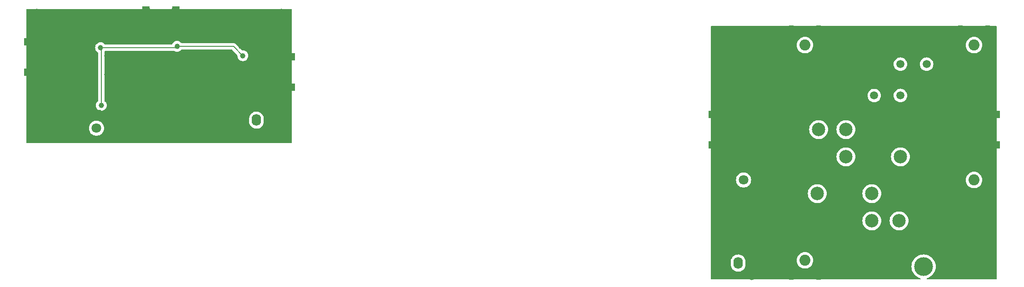
<source format=gbr>
%TF.GenerationSoftware,KiCad,Pcbnew,7.0.6-0*%
%TF.CreationDate,2023-12-30T17:19:21-06:00*%
%TF.ProjectId,MIXER_CORRELATOR,4d495845-525f-4434-9f52-52454c41544f,rev?*%
%TF.SameCoordinates,Original*%
%TF.FileFunction,Copper,L2,Bot*%
%TF.FilePolarity,Positive*%
%FSLAX46Y46*%
G04 Gerber Fmt 4.6, Leading zero omitted, Abs format (unit mm)*
G04 Created by KiCad (PCBNEW 7.0.6-0) date 2023-12-30 17:19:21*
%MOMM*%
%LPD*%
G01*
G04 APERTURE LIST*
G04 Aperture macros list*
%AMRoundRect*
0 Rectangle with rounded corners*
0 $1 Rounding radius*
0 $2 $3 $4 $5 $6 $7 $8 $9 X,Y pos of 4 corners*
0 Add a 4 corners polygon primitive as box body*
4,1,4,$2,$3,$4,$5,$6,$7,$8,$9,$2,$3,0*
0 Add four circle primitives for the rounded corners*
1,1,$1+$1,$2,$3*
1,1,$1+$1,$4,$5*
1,1,$1+$1,$6,$7*
1,1,$1+$1,$8,$9*
0 Add four rect primitives between the rounded corners*
20,1,$1+$1,$2,$3,$4,$5,0*
20,1,$1+$1,$4,$5,$6,$7,0*
20,1,$1+$1,$6,$7,$8,$9,0*
20,1,$1+$1,$8,$9,$2,$3,0*%
G04 Aperture macros list end*
%TA.AperFunction,SMDPad,CuDef*%
%ADD10R,4.200000X1.350000*%
%TD*%
%TA.AperFunction,SMDPad,CuDef*%
%ADD11R,1.350000X4.200000*%
%TD*%
%TA.AperFunction,ComponentPad*%
%ADD12C,1.500000*%
%TD*%
%TA.AperFunction,ComponentPad*%
%ADD13RoundRect,0.250000X-0.620000X-0.845000X0.620000X-0.845000X0.620000X0.845000X-0.620000X0.845000X0*%
%TD*%
%TA.AperFunction,ComponentPad*%
%ADD14O,1.740000X2.190000*%
%TD*%
%TA.AperFunction,ComponentPad*%
%ADD15C,2.500000*%
%TD*%
%TA.AperFunction,ComponentPad*%
%ADD16C,2.050000*%
%TD*%
%TA.AperFunction,ComponentPad*%
%ADD17C,2.250000*%
%TD*%
%TA.AperFunction,ComponentPad*%
%ADD18R,1.800000X1.800000*%
%TD*%
%TA.AperFunction,ComponentPad*%
%ADD19C,1.800000*%
%TD*%
%TA.AperFunction,ViaPad*%
%ADD20C,3.500000*%
%TD*%
%TA.AperFunction,ViaPad*%
%ADD21C,1.000000*%
%TD*%
%TA.AperFunction,Conductor*%
%ADD22C,0.200000*%
%TD*%
G04 APERTURE END LIST*
D10*
%TO.P,J14,2,Ext*%
%TO.N,GND*%
X217171500Y-76340000D03*
X217171500Y-70690000D03*
%TD*%
D11*
%TO.P,J2,2,Ext*%
%TO.N,GND*%
X65825000Y-52700000D03*
X60175000Y-52700000D03*
%TD*%
D10*
%TO.P,J1,2,Ext*%
%TO.N,GND*%
X39662500Y-57175000D03*
X39662500Y-62825000D03*
%TD*%
%TO.P,J3,2,Ext*%
%TO.N,GND*%
X85837500Y-65575000D03*
X85837500Y-59925000D03*
%TD*%
%TO.P,J9,2,Ext*%
%TO.N,GND*%
X167170000Y-70690000D03*
X167170000Y-76340000D03*
%TD*%
D12*
%TO.P,Y3,1,1*%
%TO.N,Net-(C37-Pad2)*%
X195872000Y-67165000D03*
%TO.P,Y3,2,2*%
%TO.N,Net-(C40-Pad1)*%
X200752000Y-67165000D03*
%TD*%
D13*
%TO.P,J15,1,Pin_1*%
%TO.N,GND*%
X167986000Y-98407000D03*
D14*
%TO.P,J15,2,Pin_2*%
%TO.N,Net-(J15-Pin_2)*%
X170526000Y-98407000D03*
%TD*%
D15*
%TO.P,U12,1,rf*%
%TO.N,Net-(U12-rf)*%
X200498000Y-90533000D03*
%TO.P,U12,2,gnd*%
%TO.N,GND*%
X200498000Y-85453000D03*
%TO.P,U12,3,if*%
%TO.N,Net-(R3-Pad2)*%
X195418000Y-90533000D03*
%TO.P,U12,4,if*%
X195418000Y-85453000D03*
%TO.P,U12,5,gnd*%
%TO.N,GND*%
X190338000Y-90533000D03*
%TO.P,U12,6,gnd*%
X190338000Y-85453000D03*
%TO.P,U12,7,gnd*%
X185258000Y-90533000D03*
%TO.P,U12,8,lo*%
%TO.N,Net-(U12-lo)*%
X185258000Y-85453000D03*
%TD*%
D16*
%TO.P,J10,1,In*%
%TO.N,Net-(J10-In)*%
X182972000Y-97899000D03*
D17*
%TO.P,J10,2,Ext*%
%TO.N,GND*%
X185512000Y-100439000D03*
X185512000Y-95359000D03*
X180432000Y-100439000D03*
X180432000Y-95359000D03*
%TD*%
D15*
%TO.P,U10,1,rf*%
%TO.N,Net-(Q3-G)*%
X185512000Y-73515000D03*
%TO.P,U10,2,gnd*%
%TO.N,GND*%
X185512000Y-78595000D03*
%TO.P,U10,3,if*%
%TO.N,Net-(C36-Pad1)*%
X190592000Y-73515000D03*
%TO.P,U10,4,if*%
X190592000Y-78595000D03*
%TO.P,U10,5,gnd*%
%TO.N,GND*%
X195672000Y-73515000D03*
%TO.P,U10,6,gnd*%
X195672000Y-78595000D03*
%TO.P,U10,7,gnd*%
X200752000Y-73515000D03*
%TO.P,U10,8,lo*%
%TO.N,Net-(Q2-G)*%
X200752000Y-78595000D03*
%TD*%
D18*
%TO.P,D3,1,K*%
%TO.N,GND*%
X171542000Y-80373000D03*
D19*
%TO.P,D3,2,A*%
%TO.N,Net-(D3-A)*%
X171542000Y-82913000D03*
%TD*%
D16*
%TO.P,J13,1,In*%
%TO.N,Net-(J13-In)*%
X214468000Y-57767000D03*
D17*
%TO.P,J13,2,Ext*%
%TO.N,GND*%
X217008000Y-60307000D03*
X217008000Y-55227000D03*
X211928000Y-60307000D03*
X211928000Y-55227000D03*
%TD*%
D18*
%TO.P,D1,1,K*%
%TO.N,GND*%
X51000000Y-70725000D03*
D19*
%TO.P,D1,2,A*%
%TO.N,Net-(D1-A)*%
X51000000Y-73265000D03*
%TD*%
D12*
%TO.P,Y4,1,1*%
%TO.N,Net-(C39-Pad2)*%
X205632000Y-61323000D03*
%TO.P,Y4,2,2*%
%TO.N,Net-(C40-Pad1)*%
X200752000Y-61323000D03*
%TD*%
D16*
%TO.P,J11,1,In*%
%TO.N,Net-(J11-In)*%
X214468000Y-82913000D03*
D17*
%TO.P,J11,2,Ext*%
%TO.N,GND*%
X217008000Y-85453000D03*
X217008000Y-80373000D03*
X211928000Y-85453000D03*
X211928000Y-80373000D03*
%TD*%
D16*
%TO.P,J12,1,In*%
%TO.N,Net-(J12-In)*%
X182972000Y-57767000D03*
D17*
%TO.P,J12,2,Ext*%
%TO.N,GND*%
X185512000Y-60307000D03*
X185512000Y-55227000D03*
X180432000Y-60307000D03*
X180432000Y-55227000D03*
%TD*%
D13*
%TO.P,J4,1,Pin_1*%
%TO.N,GND*%
X78250000Y-71750000D03*
D14*
%TO.P,J4,2,Pin_2*%
%TO.N,Net-(J4-Pin_2)*%
X80790000Y-71750000D03*
%TD*%
D20*
%TO.N,*%
X205070000Y-99060000D03*
D21*
%TO.N,GND*%
X77900000Y-58025000D03*
X203292000Y-56243000D03*
X86900000Y-60775000D03*
X182972000Y-91295000D03*
X85400000Y-64525000D03*
X86900000Y-64525000D03*
X208880000Y-85199000D03*
X199228000Y-81389000D03*
X205578000Y-82151000D03*
X85400000Y-60775000D03*
D20*
X39900000Y-52775000D03*
D21*
X182972000Y-78595000D03*
X203292000Y-82151000D03*
X40400000Y-58025000D03*
X189068000Y-97899000D03*
X60650000Y-51275000D03*
X187798000Y-70866000D03*
X206340000Y-72499000D03*
X40400000Y-62025000D03*
X189068000Y-100693000D03*
X72150000Y-63025000D03*
X50150000Y-75275000D03*
X208118000Y-77071000D03*
X65400000Y-53775000D03*
X200752000Y-96375000D03*
X49400000Y-58025000D03*
X56650000Y-67525000D03*
X61150000Y-57025000D03*
X198212000Y-92710000D03*
X192624000Y-83566000D03*
X171796000Y-75547000D03*
X42400000Y-62025000D03*
X48150000Y-73025000D03*
X61900000Y-63025000D03*
X175352000Y-82151000D03*
X73150000Y-60025000D03*
X42400000Y-58025000D03*
X48150000Y-61775000D03*
X179416000Y-82151000D03*
X75650000Y-63275000D03*
X169764000Y-70467000D03*
X83900000Y-60775000D03*
X47400000Y-58025000D03*
D20*
X85400000Y-52775000D03*
D21*
X199736000Y-56243000D03*
X83900000Y-64525000D03*
X200752000Y-70975000D03*
X175352000Y-91295000D03*
X45150000Y-64775000D03*
D20*
X85400000Y-74275000D03*
D21*
X205578000Y-85199000D03*
X81150000Y-61275000D03*
D20*
X39900000Y-74275000D03*
D21*
X193640000Y-92311000D03*
X78150000Y-64275000D03*
X169764000Y-76563000D03*
X214468000Y-70721000D03*
X81150000Y-64275000D03*
X200752000Y-93581000D03*
X55150000Y-59775000D03*
X203800000Y-75692000D03*
X177130000Y-69070000D03*
X179670000Y-91295000D03*
X58650000Y-59775000D03*
X218024000Y-65895000D03*
X79650000Y-58025000D03*
X60650000Y-53775000D03*
X67150000Y-56275000D03*
X211166000Y-77071000D03*
X75900000Y-60025000D03*
X58650000Y-63025000D03*
X79150000Y-61025000D03*
X214468000Y-76309000D03*
X50150000Y-62525000D03*
X215484000Y-89263000D03*
X206340000Y-69705000D03*
D20*
X168240000Y-57150000D03*
D21*
X173066000Y-101092000D03*
X209134000Y-93327000D03*
X195672000Y-70866000D03*
X217770000Y-68181000D03*
X65400000Y-51275000D03*
X165954000Y-100838000D03*
X65400000Y-56275000D03*
X190592000Y-64879000D03*
X187544000Y-80881000D03*
X173828000Y-70467000D03*
X193132000Y-70866000D03*
X70900000Y-60025000D03*
X173955000Y-76055000D03*
X187036000Y-68943000D03*
D20*
X192370000Y-57150000D03*
D21*
X55900000Y-63025000D03*
X202784000Y-88501000D03*
X45150000Y-58525000D03*
X38400000Y-62025000D03*
X72650000Y-67525000D03*
X179416000Y-76055000D03*
X64150000Y-63025000D03*
X52900000Y-63275000D03*
X52900000Y-59775000D03*
X68650000Y-63025000D03*
X182972000Y-75438000D03*
X38400000Y-58025000D03*
X61150000Y-59775000D03*
%TO.N,+5V*%
X51887500Y-69000000D03*
X78250000Y-59750000D03*
X66000000Y-58000000D03*
X51750000Y-58250000D03*
%TD*%
D22*
%TO.N,+5V*%
X51750000Y-58250000D02*
X65750000Y-58250000D01*
X51887500Y-58387500D02*
X51750000Y-58250000D01*
X66000000Y-58000000D02*
X76500000Y-58000000D01*
X76500000Y-58000000D02*
X78250000Y-59750000D01*
X65750000Y-58250000D02*
X66000000Y-58000000D01*
X51887500Y-69000000D02*
X51887500Y-58387500D01*
%TD*%
%TA.AperFunction,Conductor*%
%TO.N,GND*%
G36*
X87342539Y-51045185D02*
G01*
X87388294Y-51097989D01*
X87399500Y-51149500D01*
X87399500Y-75900500D01*
X87379815Y-75967539D01*
X87327011Y-76013294D01*
X87275500Y-76024500D01*
X38024500Y-76024500D01*
X37957461Y-76004815D01*
X37911706Y-75952011D01*
X37900500Y-75900500D01*
X37900500Y-73265006D01*
X49594700Y-73265006D01*
X49613864Y-73496297D01*
X49613866Y-73496308D01*
X49670842Y-73721300D01*
X49764075Y-73933848D01*
X49891016Y-74128147D01*
X49891019Y-74128151D01*
X49891021Y-74128153D01*
X50048216Y-74298913D01*
X50048219Y-74298915D01*
X50048222Y-74298918D01*
X50231365Y-74441464D01*
X50231371Y-74441468D01*
X50231374Y-74441470D01*
X50435497Y-74551936D01*
X50549487Y-74591068D01*
X50655015Y-74627297D01*
X50655017Y-74627297D01*
X50655019Y-74627298D01*
X50883951Y-74665500D01*
X50883952Y-74665500D01*
X51116048Y-74665500D01*
X51116049Y-74665500D01*
X51344981Y-74627298D01*
X51564503Y-74551936D01*
X51768626Y-74441470D01*
X51951784Y-74298913D01*
X52108979Y-74128153D01*
X52235924Y-73933849D01*
X52329157Y-73721300D01*
X52386134Y-73496305D01*
X52398322Y-73349215D01*
X52405300Y-73265006D01*
X52405300Y-73264993D01*
X52386135Y-73033702D01*
X52386133Y-73033691D01*
X52329157Y-72808699D01*
X52235924Y-72596151D01*
X52108983Y-72401852D01*
X52108980Y-72401849D01*
X52108979Y-72401847D01*
X51951784Y-72231087D01*
X51951779Y-72231083D01*
X51951777Y-72231081D01*
X51768634Y-72088535D01*
X51768628Y-72088531D01*
X51666425Y-72033221D01*
X79419500Y-72033221D01*
X79434328Y-72207446D01*
X79434329Y-72207448D01*
X79493114Y-72433218D01*
X79589208Y-72645802D01*
X79719847Y-72839088D01*
X79719849Y-72839090D01*
X79881272Y-73007516D01*
X79881273Y-73007517D01*
X80068834Y-73146237D01*
X80068836Y-73146238D01*
X80068839Y-73146240D01*
X80277153Y-73251270D01*
X80500220Y-73319583D01*
X80731624Y-73349216D01*
X80964707Y-73339314D01*
X81192765Y-73290164D01*
X81409235Y-73203179D01*
X81607891Y-73080862D01*
X81783018Y-72926731D01*
X81929578Y-72745220D01*
X82043354Y-72541552D01*
X82121073Y-72321584D01*
X82160500Y-72091647D01*
X82160500Y-71466784D01*
X82145670Y-71292547D01*
X82086885Y-71066781D01*
X81990792Y-70854198D01*
X81860153Y-70660912D01*
X81698728Y-70492484D01*
X81698727Y-70492483D01*
X81698726Y-70492482D01*
X81511165Y-70353762D01*
X81504122Y-70350211D01*
X81302847Y-70248730D01*
X81079780Y-70180417D01*
X81079778Y-70180416D01*
X81079776Y-70180416D01*
X80848370Y-70150783D01*
X80615299Y-70160685D01*
X80615290Y-70160686D01*
X80387233Y-70209836D01*
X80387230Y-70209837D01*
X80170768Y-70296819D01*
X79972110Y-70419137D01*
X79796980Y-70573270D01*
X79796977Y-70573273D01*
X79650426Y-70754773D01*
X79650421Y-70754779D01*
X79536646Y-70958445D01*
X79458929Y-71178408D01*
X79458926Y-71178420D01*
X79419500Y-71408344D01*
X79419500Y-72033221D01*
X51666425Y-72033221D01*
X51564504Y-71978064D01*
X51564495Y-71978061D01*
X51344984Y-71902702D01*
X51173281Y-71874050D01*
X51116049Y-71864500D01*
X50883951Y-71864500D01*
X50838164Y-71872140D01*
X50655015Y-71902702D01*
X50435504Y-71978061D01*
X50435495Y-71978064D01*
X50231371Y-72088531D01*
X50231365Y-72088535D01*
X50048222Y-72231081D01*
X50048219Y-72231084D01*
X49891016Y-72401852D01*
X49764075Y-72596151D01*
X49670842Y-72808699D01*
X49613866Y-73033691D01*
X49613864Y-73033702D01*
X49594700Y-73264993D01*
X49594700Y-73265006D01*
X37900500Y-73265006D01*
X37900500Y-58250000D01*
X50744659Y-58250000D01*
X50763975Y-58446129D01*
X50821188Y-58634733D01*
X50914086Y-58808532D01*
X50914090Y-58808539D01*
X51039116Y-58960883D01*
X51191460Y-59085909D01*
X51191467Y-59085914D01*
X51221452Y-59101941D01*
X51271297Y-59150903D01*
X51286999Y-59211299D01*
X51287000Y-68139880D01*
X51267315Y-68206919D01*
X51241669Y-68235729D01*
X51176617Y-68289117D01*
X51176614Y-68289119D01*
X51176612Y-68289122D01*
X51051590Y-68441460D01*
X51051586Y-68441467D01*
X50958688Y-68615266D01*
X50901475Y-68803870D01*
X50882159Y-69000000D01*
X50901475Y-69196129D01*
X50958688Y-69384733D01*
X51051586Y-69558532D01*
X51051590Y-69558539D01*
X51176616Y-69710883D01*
X51328960Y-69835909D01*
X51328967Y-69835913D01*
X51502766Y-69928811D01*
X51502769Y-69928811D01*
X51502773Y-69928814D01*
X51691368Y-69986024D01*
X51887500Y-70005341D01*
X52083632Y-69986024D01*
X52272227Y-69928814D01*
X52446038Y-69835910D01*
X52598383Y-69710883D01*
X52723410Y-69558538D01*
X52816314Y-69384727D01*
X52873524Y-69196132D01*
X52892841Y-69000000D01*
X52873524Y-68803868D01*
X52816314Y-68615273D01*
X52816311Y-68615269D01*
X52816311Y-68615266D01*
X52723413Y-68441467D01*
X52723409Y-68441460D01*
X52598387Y-68289122D01*
X52598383Y-68289117D01*
X52533332Y-68235730D01*
X52494000Y-68177987D01*
X52488000Y-68139880D01*
X52488000Y-58974500D01*
X52507685Y-58907461D01*
X52560489Y-58861706D01*
X52612000Y-58850500D01*
X65437698Y-58850500D01*
X65496150Y-58865141D01*
X65575324Y-58907461D01*
X65613452Y-58927841D01*
X65615273Y-58928814D01*
X65803868Y-58986024D01*
X66000000Y-59005341D01*
X66196132Y-58986024D01*
X66384727Y-58928814D01*
X66386548Y-58927841D01*
X66558532Y-58835913D01*
X66558538Y-58835910D01*
X66710883Y-58710883D01*
X66764265Y-58645835D01*
X66822012Y-58606501D01*
X66860120Y-58600500D01*
X76199903Y-58600500D01*
X76266942Y-58620185D01*
X76287584Y-58636819D01*
X77217184Y-59566419D01*
X77250669Y-59627742D01*
X77252906Y-59666252D01*
X77244659Y-59749998D01*
X77244659Y-59749999D01*
X77263975Y-59946129D01*
X77321188Y-60134733D01*
X77414086Y-60308532D01*
X77414090Y-60308539D01*
X77539116Y-60460883D01*
X77691460Y-60585909D01*
X77691467Y-60585913D01*
X77865266Y-60678811D01*
X77865269Y-60678811D01*
X77865273Y-60678814D01*
X78053868Y-60736024D01*
X78250000Y-60755341D01*
X78446132Y-60736024D01*
X78634727Y-60678814D01*
X78808538Y-60585910D01*
X78960883Y-60460883D01*
X79085910Y-60308538D01*
X79178814Y-60134727D01*
X79236024Y-59946132D01*
X79255341Y-59750000D01*
X79236024Y-59553868D01*
X79178814Y-59365273D01*
X79178811Y-59365269D01*
X79178811Y-59365266D01*
X79085913Y-59191467D01*
X79085909Y-59191460D01*
X78960883Y-59039116D01*
X78808539Y-58914090D01*
X78808532Y-58914086D01*
X78634733Y-58821188D01*
X78634727Y-58821186D01*
X78446132Y-58763976D01*
X78446129Y-58763975D01*
X78250000Y-58744659D01*
X78249999Y-58744659D01*
X78166252Y-58752906D01*
X78097606Y-58739886D01*
X78066419Y-58717184D01*
X77599235Y-58250000D01*
X76955320Y-57606085D01*
X76949980Y-57599995D01*
X76928282Y-57571718D01*
X76802841Y-57475464D01*
X76656762Y-57414956D01*
X76656760Y-57414955D01*
X76539361Y-57399500D01*
X76500000Y-57394318D01*
X76464670Y-57398969D01*
X76456572Y-57399500D01*
X66860120Y-57399500D01*
X66793081Y-57379815D01*
X66764267Y-57354165D01*
X66710883Y-57289116D01*
X66558539Y-57164090D01*
X66558532Y-57164086D01*
X66384733Y-57071188D01*
X66384727Y-57071186D01*
X66196132Y-57013976D01*
X66196129Y-57013975D01*
X66000000Y-56994659D01*
X65803870Y-57013975D01*
X65615266Y-57071188D01*
X65441467Y-57164086D01*
X65441460Y-57164090D01*
X65289116Y-57289116D01*
X65164090Y-57441460D01*
X65164086Y-57441467D01*
X65087926Y-57583953D01*
X65038964Y-57633797D01*
X64978568Y-57649500D01*
X52610120Y-57649500D01*
X52543081Y-57629815D01*
X52514267Y-57604165D01*
X52460883Y-57539116D01*
X52308539Y-57414090D01*
X52308532Y-57414086D01*
X52134733Y-57321188D01*
X52134727Y-57321186D01*
X51946132Y-57263976D01*
X51946129Y-57263975D01*
X51750000Y-57244659D01*
X51553870Y-57263975D01*
X51365266Y-57321188D01*
X51191467Y-57414086D01*
X51191460Y-57414090D01*
X51039116Y-57539116D01*
X50914090Y-57691460D01*
X50914086Y-57691467D01*
X50821188Y-57865266D01*
X50763975Y-58053870D01*
X50744659Y-58250000D01*
X37900500Y-58250000D01*
X37900500Y-51149500D01*
X37920185Y-51082461D01*
X37972989Y-51036706D01*
X38024500Y-51025500D01*
X87275500Y-51025500D01*
X87342539Y-51045185D01*
G37*
%TD.AperFunction*%
%TD*%
%TA.AperFunction,Conductor*%
%TO.N,GND*%
G36*
X218609539Y-54223185D02*
G01*
X218655294Y-54275989D01*
X218666500Y-54327500D01*
X218666500Y-101338500D01*
X218646815Y-101405539D01*
X218594011Y-101451294D01*
X218542500Y-101462500D01*
X205744840Y-101462500D01*
X205677801Y-101442815D01*
X205632046Y-101390011D01*
X205622102Y-101320853D01*
X205651127Y-101257297D01*
X205704981Y-101221081D01*
X205747435Y-101206669D01*
X205933077Y-101143652D01*
X206197665Y-101013172D01*
X206442957Y-100849273D01*
X206664758Y-100654758D01*
X206859273Y-100432957D01*
X207023172Y-100187665D01*
X207153652Y-99923077D01*
X207248481Y-99643722D01*
X207306034Y-99354380D01*
X207320284Y-99136972D01*
X207325329Y-99060007D01*
X207325329Y-99059992D01*
X207306035Y-98765636D01*
X207306034Y-98765620D01*
X207248481Y-98476278D01*
X207153652Y-98196923D01*
X207023172Y-97932336D01*
X206859273Y-97687043D01*
X206796483Y-97615445D01*
X206664758Y-97465241D01*
X206442955Y-97270725D01*
X206197667Y-97106829D01*
X206197660Y-97106825D01*
X205933080Y-96976349D01*
X205653730Y-96881521D01*
X205653724Y-96881519D01*
X205653722Y-96881519D01*
X205364380Y-96823966D01*
X205364373Y-96823965D01*
X205364363Y-96823964D01*
X205070007Y-96804671D01*
X205069993Y-96804671D01*
X204775636Y-96823964D01*
X204775624Y-96823965D01*
X204775620Y-96823966D01*
X204775612Y-96823967D01*
X204775609Y-96823968D01*
X204486283Y-96881518D01*
X204486269Y-96881521D01*
X204206919Y-96976349D01*
X203942334Y-97106828D01*
X203697041Y-97270728D01*
X203475241Y-97465241D01*
X203280728Y-97687041D01*
X203116828Y-97932334D01*
X202986349Y-98196919D01*
X202891521Y-98476269D01*
X202891518Y-98476283D01*
X202833968Y-98765609D01*
X202833964Y-98765636D01*
X202814671Y-99059992D01*
X202814671Y-99060007D01*
X202833964Y-99354363D01*
X202833965Y-99354373D01*
X202833966Y-99354380D01*
X202833968Y-99354390D01*
X202891518Y-99643716D01*
X202891521Y-99643730D01*
X202986349Y-99923080D01*
X203116825Y-100187660D01*
X203116829Y-100187667D01*
X203280725Y-100432955D01*
X203475241Y-100654758D01*
X203697043Y-100849273D01*
X203942335Y-101013172D01*
X204206923Y-101143652D01*
X204375935Y-101201024D01*
X204435019Y-101221081D01*
X204492173Y-101261270D01*
X204518526Y-101325979D01*
X204505712Y-101394664D01*
X204457797Y-101445517D01*
X204395160Y-101462500D01*
X165562500Y-101462500D01*
X165495461Y-101442815D01*
X165449706Y-101390011D01*
X165438500Y-101338500D01*
X165438500Y-98690221D01*
X169155500Y-98690221D01*
X169170328Y-98864446D01*
X169170329Y-98864448D01*
X169229114Y-99090218D01*
X169325208Y-99302802D01*
X169455847Y-99496088D01*
X169455849Y-99496090D01*
X169617272Y-99664516D01*
X169617273Y-99664517D01*
X169804834Y-99803237D01*
X169804836Y-99803238D01*
X169804839Y-99803240D01*
X170013153Y-99908270D01*
X170236220Y-99976583D01*
X170467624Y-100006216D01*
X170700707Y-99996314D01*
X170928765Y-99947164D01*
X171145235Y-99860179D01*
X171343891Y-99737862D01*
X171519018Y-99583731D01*
X171665578Y-99402220D01*
X171665577Y-99402220D01*
X171779353Y-99198554D01*
X171817630Y-99090219D01*
X171857073Y-98978584D01*
X171896500Y-98748647D01*
X171896500Y-98123784D01*
X171881670Y-97949547D01*
X171868509Y-97899000D01*
X181441783Y-97899000D01*
X181460623Y-98138382D01*
X181516674Y-98371853D01*
X181516678Y-98371865D01*
X181608565Y-98593702D01*
X181713926Y-98765636D01*
X181734028Y-98798439D01*
X181889973Y-98981027D01*
X182072561Y-99136972D01*
X182072563Y-99136973D01*
X182277297Y-99262434D01*
X182374047Y-99302508D01*
X182499137Y-99354323D01*
X182732621Y-99410377D01*
X182972000Y-99429217D01*
X183211379Y-99410377D01*
X183444863Y-99354323D01*
X183666704Y-99262433D01*
X183871439Y-99136972D01*
X184054027Y-98981027D01*
X184209972Y-98798439D01*
X184335433Y-98593704D01*
X184427323Y-98371863D01*
X184483377Y-98138379D01*
X184502217Y-97899000D01*
X184483377Y-97659621D01*
X184427323Y-97426137D01*
X184362949Y-97270725D01*
X184335434Y-97204297D01*
X184209973Y-96999563D01*
X184209972Y-96999561D01*
X184054027Y-96816973D01*
X183871439Y-96661028D01*
X183871436Y-96661026D01*
X183666702Y-96535565D01*
X183444865Y-96443678D01*
X183444867Y-96443678D01*
X183444863Y-96443677D01*
X183444859Y-96443676D01*
X183444853Y-96443674D01*
X183211382Y-96387623D01*
X182972000Y-96368783D01*
X182732617Y-96387623D01*
X182499146Y-96443674D01*
X182499134Y-96443678D01*
X182277297Y-96535565D01*
X182072563Y-96661026D01*
X181889973Y-96816973D01*
X181734026Y-96999563D01*
X181608565Y-97204297D01*
X181516678Y-97426134D01*
X181516674Y-97426146D01*
X181460623Y-97659617D01*
X181441783Y-97899000D01*
X171868509Y-97899000D01*
X171822885Y-97723781D01*
X171726792Y-97511198D01*
X171596153Y-97317912D01*
X171434728Y-97149484D01*
X171434727Y-97149483D01*
X171434726Y-97149482D01*
X171247165Y-97010762D01*
X171178909Y-96976348D01*
X171038847Y-96905730D01*
X170815780Y-96837417D01*
X170815778Y-96837416D01*
X170815776Y-96837416D01*
X170584370Y-96807783D01*
X170351299Y-96817685D01*
X170351290Y-96817686D01*
X170123233Y-96866836D01*
X170123230Y-96866837D01*
X169906768Y-96953819D01*
X169708110Y-97076137D01*
X169532980Y-97230270D01*
X169532977Y-97230273D01*
X169386426Y-97411773D01*
X169386421Y-97411779D01*
X169272646Y-97615445D01*
X169194929Y-97835408D01*
X169194926Y-97835420D01*
X169155500Y-98065344D01*
X169155500Y-98690221D01*
X165438500Y-98690221D01*
X165438500Y-90533004D01*
X193662592Y-90533004D01*
X193682196Y-90794620D01*
X193682197Y-90794625D01*
X193740576Y-91050402D01*
X193740578Y-91050411D01*
X193740580Y-91050416D01*
X193836432Y-91294643D01*
X193967614Y-91521857D01*
X194099736Y-91687533D01*
X194131198Y-91726985D01*
X194312753Y-91895441D01*
X194323521Y-91905433D01*
X194540296Y-92053228D01*
X194540301Y-92053230D01*
X194540302Y-92053231D01*
X194540303Y-92053232D01*
X194665843Y-92113688D01*
X194776673Y-92167061D01*
X194776674Y-92167061D01*
X194776677Y-92167063D01*
X195027385Y-92244396D01*
X195286818Y-92283500D01*
X195549182Y-92283500D01*
X195808615Y-92244396D01*
X196059323Y-92167063D01*
X196295704Y-92053228D01*
X196512479Y-91905433D01*
X196704805Y-91726981D01*
X196868386Y-91521857D01*
X196999568Y-91294643D01*
X197095420Y-91050416D01*
X197153802Y-90794630D01*
X197173408Y-90533004D01*
X198742592Y-90533004D01*
X198762196Y-90794620D01*
X198762197Y-90794625D01*
X198820576Y-91050402D01*
X198820578Y-91050411D01*
X198820580Y-91050416D01*
X198916432Y-91294643D01*
X199047614Y-91521857D01*
X199179736Y-91687533D01*
X199211198Y-91726985D01*
X199392753Y-91895441D01*
X199403521Y-91905433D01*
X199620296Y-92053228D01*
X199620301Y-92053230D01*
X199620302Y-92053231D01*
X199620303Y-92053232D01*
X199745843Y-92113688D01*
X199856673Y-92167061D01*
X199856674Y-92167061D01*
X199856677Y-92167063D01*
X200107385Y-92244396D01*
X200366818Y-92283500D01*
X200629182Y-92283500D01*
X200888615Y-92244396D01*
X201139323Y-92167063D01*
X201375704Y-92053228D01*
X201592479Y-91905433D01*
X201784805Y-91726981D01*
X201948386Y-91521857D01*
X202079568Y-91294643D01*
X202175420Y-91050416D01*
X202233802Y-90794630D01*
X202253408Y-90533000D01*
X202233802Y-90271370D01*
X202175420Y-90015584D01*
X202079568Y-89771357D01*
X201948386Y-89544143D01*
X201784805Y-89339019D01*
X201784804Y-89339018D01*
X201784801Y-89339014D01*
X201592479Y-89160567D01*
X201592479Y-89160566D01*
X201375704Y-89012772D01*
X201375700Y-89012770D01*
X201375697Y-89012768D01*
X201375696Y-89012767D01*
X201139325Y-88898938D01*
X201139327Y-88898938D01*
X200888623Y-88821606D01*
X200888619Y-88821605D01*
X200888615Y-88821604D01*
X200763823Y-88802794D01*
X200629187Y-88782500D01*
X200629182Y-88782500D01*
X200366818Y-88782500D01*
X200366812Y-88782500D01*
X200205247Y-88806853D01*
X200107385Y-88821604D01*
X200107381Y-88821605D01*
X200107382Y-88821605D01*
X200107376Y-88821606D01*
X199856673Y-88898938D01*
X199620303Y-89012767D01*
X199620302Y-89012768D01*
X199403520Y-89160567D01*
X199211198Y-89339014D01*
X199047614Y-89544143D01*
X198916432Y-89771356D01*
X198820582Y-90015578D01*
X198820576Y-90015597D01*
X198762197Y-90271374D01*
X198762196Y-90271379D01*
X198742592Y-90532995D01*
X198742592Y-90533004D01*
X197173408Y-90533004D01*
X197173408Y-90533000D01*
X197153802Y-90271370D01*
X197095420Y-90015584D01*
X196999568Y-89771357D01*
X196868386Y-89544143D01*
X196704805Y-89339019D01*
X196704804Y-89339018D01*
X196704801Y-89339014D01*
X196512479Y-89160567D01*
X196512479Y-89160566D01*
X196295704Y-89012772D01*
X196295700Y-89012770D01*
X196295697Y-89012768D01*
X196295696Y-89012767D01*
X196059325Y-88898938D01*
X196059327Y-88898938D01*
X195808623Y-88821606D01*
X195808619Y-88821605D01*
X195808615Y-88821604D01*
X195683823Y-88802794D01*
X195549187Y-88782500D01*
X195549182Y-88782500D01*
X195286818Y-88782500D01*
X195286812Y-88782500D01*
X195125247Y-88806853D01*
X195027385Y-88821604D01*
X195027381Y-88821605D01*
X195027382Y-88821605D01*
X195027376Y-88821606D01*
X194776673Y-88898938D01*
X194540303Y-89012767D01*
X194540302Y-89012768D01*
X194323520Y-89160567D01*
X194131198Y-89339014D01*
X193967614Y-89544143D01*
X193836432Y-89771356D01*
X193740582Y-90015578D01*
X193740576Y-90015597D01*
X193682197Y-90271374D01*
X193682196Y-90271379D01*
X193662592Y-90532995D01*
X193662592Y-90533004D01*
X165438500Y-90533004D01*
X165438500Y-85453004D01*
X183502592Y-85453004D01*
X183522196Y-85714620D01*
X183522197Y-85714625D01*
X183580576Y-85970402D01*
X183580578Y-85970411D01*
X183580580Y-85970416D01*
X183676432Y-86214643D01*
X183807614Y-86441857D01*
X183939736Y-86607533D01*
X183971198Y-86646985D01*
X184152753Y-86815441D01*
X184163521Y-86825433D01*
X184380296Y-86973228D01*
X184380301Y-86973230D01*
X184380302Y-86973231D01*
X184380303Y-86973232D01*
X184505843Y-87033688D01*
X184616673Y-87087061D01*
X184616674Y-87087061D01*
X184616677Y-87087063D01*
X184867385Y-87164396D01*
X185126818Y-87203500D01*
X185389182Y-87203500D01*
X185648615Y-87164396D01*
X185899323Y-87087063D01*
X186135704Y-86973228D01*
X186352479Y-86825433D01*
X186544805Y-86646981D01*
X186708386Y-86441857D01*
X186839568Y-86214643D01*
X186935420Y-85970416D01*
X186993802Y-85714630D01*
X187013408Y-85453004D01*
X193662592Y-85453004D01*
X193682196Y-85714620D01*
X193682197Y-85714625D01*
X193740576Y-85970402D01*
X193740578Y-85970411D01*
X193740580Y-85970416D01*
X193836432Y-86214643D01*
X193967614Y-86441857D01*
X194099736Y-86607533D01*
X194131198Y-86646985D01*
X194312753Y-86815441D01*
X194323521Y-86825433D01*
X194540296Y-86973228D01*
X194540301Y-86973230D01*
X194540302Y-86973231D01*
X194540303Y-86973232D01*
X194665843Y-87033688D01*
X194776673Y-87087061D01*
X194776674Y-87087061D01*
X194776677Y-87087063D01*
X195027385Y-87164396D01*
X195286818Y-87203500D01*
X195549182Y-87203500D01*
X195808615Y-87164396D01*
X196059323Y-87087063D01*
X196295704Y-86973228D01*
X196512479Y-86825433D01*
X196704805Y-86646981D01*
X196868386Y-86441857D01*
X196999568Y-86214643D01*
X197095420Y-85970416D01*
X197153802Y-85714630D01*
X197173408Y-85453000D01*
X197153802Y-85191370D01*
X197095420Y-84935584D01*
X196999568Y-84691357D01*
X196868386Y-84464143D01*
X196704805Y-84259019D01*
X196704804Y-84259018D01*
X196704801Y-84259014D01*
X196512479Y-84080567D01*
X196512479Y-84080566D01*
X196295704Y-83932772D01*
X196295700Y-83932770D01*
X196295697Y-83932768D01*
X196295696Y-83932767D01*
X196059325Y-83818938D01*
X196059327Y-83818938D01*
X195808623Y-83741606D01*
X195808619Y-83741605D01*
X195808615Y-83741604D01*
X195683823Y-83722794D01*
X195549187Y-83702500D01*
X195549182Y-83702500D01*
X195286818Y-83702500D01*
X195286812Y-83702500D01*
X195125247Y-83726853D01*
X195027385Y-83741604D01*
X195027381Y-83741605D01*
X195027382Y-83741605D01*
X195027376Y-83741606D01*
X194776673Y-83818938D01*
X194540303Y-83932767D01*
X194540302Y-83932768D01*
X194323520Y-84080567D01*
X194131198Y-84259014D01*
X193967614Y-84464143D01*
X193836432Y-84691356D01*
X193740582Y-84935578D01*
X193740576Y-84935597D01*
X193682197Y-85191374D01*
X193682196Y-85191379D01*
X193662592Y-85452995D01*
X193662592Y-85453004D01*
X187013408Y-85453004D01*
X187013408Y-85453000D01*
X186993802Y-85191370D01*
X186935420Y-84935584D01*
X186839568Y-84691357D01*
X186708386Y-84464143D01*
X186544805Y-84259019D01*
X186544804Y-84259018D01*
X186544801Y-84259014D01*
X186352479Y-84080567D01*
X186135704Y-83932772D01*
X186135700Y-83932770D01*
X186135697Y-83932768D01*
X186135696Y-83932767D01*
X185899325Y-83818938D01*
X185899327Y-83818938D01*
X185648623Y-83741606D01*
X185648619Y-83741605D01*
X185648615Y-83741604D01*
X185523823Y-83722794D01*
X185389187Y-83702500D01*
X185389182Y-83702500D01*
X185126818Y-83702500D01*
X185126812Y-83702500D01*
X184965247Y-83726853D01*
X184867385Y-83741604D01*
X184867381Y-83741605D01*
X184867382Y-83741605D01*
X184867376Y-83741606D01*
X184616673Y-83818938D01*
X184380303Y-83932767D01*
X184380302Y-83932768D01*
X184163520Y-84080567D01*
X183971198Y-84259014D01*
X183807614Y-84464143D01*
X183676432Y-84691356D01*
X183580582Y-84935578D01*
X183580576Y-84935597D01*
X183522197Y-85191374D01*
X183522196Y-85191379D01*
X183502592Y-85452995D01*
X183502592Y-85453004D01*
X165438500Y-85453004D01*
X165438500Y-82913006D01*
X170136700Y-82913006D01*
X170155864Y-83144297D01*
X170155866Y-83144308D01*
X170212842Y-83369300D01*
X170306075Y-83581848D01*
X170433016Y-83776147D01*
X170433019Y-83776151D01*
X170433021Y-83776153D01*
X170590216Y-83946913D01*
X170590219Y-83946915D01*
X170590222Y-83946918D01*
X170773365Y-84089464D01*
X170773371Y-84089468D01*
X170773374Y-84089470D01*
X170977497Y-84199936D01*
X171091487Y-84239068D01*
X171197015Y-84275297D01*
X171197017Y-84275297D01*
X171197019Y-84275298D01*
X171425951Y-84313500D01*
X171425952Y-84313500D01*
X171658048Y-84313500D01*
X171658049Y-84313500D01*
X171886981Y-84275298D01*
X172106503Y-84199936D01*
X172310626Y-84089470D01*
X172493784Y-83946913D01*
X172650979Y-83776153D01*
X172777924Y-83581849D01*
X172871157Y-83369300D01*
X172928134Y-83144305D01*
X172947300Y-82913000D01*
X212937783Y-82913000D01*
X212942493Y-82972844D01*
X212956623Y-83152382D01*
X213012674Y-83385853D01*
X213012678Y-83385865D01*
X213104565Y-83607702D01*
X213207788Y-83776147D01*
X213230028Y-83812439D01*
X213385973Y-83995027D01*
X213568561Y-84150972D01*
X213568563Y-84150973D01*
X213773297Y-84276434D01*
X213862783Y-84313500D01*
X213995137Y-84368323D01*
X214228621Y-84424377D01*
X214468000Y-84443217D01*
X214707379Y-84424377D01*
X214940863Y-84368323D01*
X215162704Y-84276433D01*
X215367439Y-84150972D01*
X215550027Y-83995027D01*
X215705972Y-83812439D01*
X215831433Y-83607704D01*
X215923323Y-83385863D01*
X215979377Y-83152379D01*
X215998217Y-82913000D01*
X215979377Y-82673621D01*
X215923323Y-82440137D01*
X215842143Y-82244151D01*
X215831434Y-82218297D01*
X215705973Y-82013563D01*
X215705972Y-82013561D01*
X215550027Y-81830973D01*
X215367439Y-81675028D01*
X215287532Y-81626061D01*
X215162702Y-81549565D01*
X214940865Y-81457678D01*
X214940867Y-81457678D01*
X214940863Y-81457677D01*
X214940859Y-81457676D01*
X214940853Y-81457674D01*
X214707382Y-81401623D01*
X214527844Y-81387492D01*
X214468000Y-81382783D01*
X214467999Y-81382783D01*
X214228617Y-81401623D01*
X213995146Y-81457674D01*
X213995134Y-81457678D01*
X213773297Y-81549565D01*
X213568563Y-81675026D01*
X213385973Y-81830973D01*
X213230026Y-82013563D01*
X213104565Y-82218297D01*
X213012678Y-82440134D01*
X213012674Y-82440146D01*
X212956623Y-82673617D01*
X212937783Y-82912999D01*
X212937783Y-82913000D01*
X172947300Y-82913000D01*
X172947300Y-82912999D01*
X172947300Y-82912993D01*
X172928135Y-82681702D01*
X172928133Y-82681691D01*
X172871157Y-82456699D01*
X172777924Y-82244151D01*
X172650983Y-82049852D01*
X172650980Y-82049849D01*
X172650979Y-82049847D01*
X172493784Y-81879087D01*
X172493779Y-81879083D01*
X172493777Y-81879081D01*
X172310634Y-81736535D01*
X172310628Y-81736531D01*
X172106504Y-81626064D01*
X172106495Y-81626061D01*
X171886984Y-81550702D01*
X171715281Y-81522050D01*
X171658049Y-81512500D01*
X171425951Y-81512500D01*
X171380164Y-81520140D01*
X171197015Y-81550702D01*
X170977504Y-81626061D01*
X170977495Y-81626064D01*
X170773371Y-81736531D01*
X170773365Y-81736535D01*
X170590222Y-81879081D01*
X170590219Y-81879084D01*
X170433016Y-82049852D01*
X170306075Y-82244151D01*
X170212842Y-82456699D01*
X170155866Y-82681691D01*
X170155864Y-82681702D01*
X170136700Y-82912993D01*
X170136700Y-82913006D01*
X165438500Y-82913006D01*
X165438500Y-78595004D01*
X188836592Y-78595004D01*
X188856196Y-78856620D01*
X188856197Y-78856625D01*
X188914576Y-79112402D01*
X188914578Y-79112411D01*
X188914580Y-79112416D01*
X189010432Y-79356643D01*
X189141614Y-79583857D01*
X189273736Y-79749533D01*
X189305198Y-79788985D01*
X189486753Y-79957441D01*
X189497521Y-79967433D01*
X189714296Y-80115228D01*
X189714301Y-80115230D01*
X189714302Y-80115231D01*
X189714303Y-80115232D01*
X189839843Y-80175688D01*
X189950673Y-80229061D01*
X189950674Y-80229061D01*
X189950677Y-80229063D01*
X190201385Y-80306396D01*
X190460818Y-80345500D01*
X190723182Y-80345500D01*
X190982615Y-80306396D01*
X191233323Y-80229063D01*
X191469704Y-80115228D01*
X191686479Y-79967433D01*
X191878805Y-79788981D01*
X192042386Y-79583857D01*
X192173568Y-79356643D01*
X192269420Y-79112416D01*
X192327802Y-78856630D01*
X192347408Y-78595004D01*
X198996592Y-78595004D01*
X199016196Y-78856620D01*
X199016197Y-78856625D01*
X199074576Y-79112402D01*
X199074578Y-79112411D01*
X199074580Y-79112416D01*
X199170432Y-79356643D01*
X199301614Y-79583857D01*
X199433736Y-79749533D01*
X199465198Y-79788985D01*
X199646753Y-79957441D01*
X199657521Y-79967433D01*
X199874296Y-80115228D01*
X199874301Y-80115230D01*
X199874302Y-80115231D01*
X199874303Y-80115232D01*
X199999843Y-80175688D01*
X200110673Y-80229061D01*
X200110674Y-80229061D01*
X200110677Y-80229063D01*
X200361385Y-80306396D01*
X200620818Y-80345500D01*
X200883182Y-80345500D01*
X201142615Y-80306396D01*
X201393323Y-80229063D01*
X201629704Y-80115228D01*
X201846479Y-79967433D01*
X202038805Y-79788981D01*
X202202386Y-79583857D01*
X202333568Y-79356643D01*
X202429420Y-79112416D01*
X202487802Y-78856630D01*
X202507408Y-78595000D01*
X202487802Y-78333370D01*
X202429420Y-78077584D01*
X202333568Y-77833357D01*
X202202386Y-77606143D01*
X202038805Y-77401019D01*
X202038804Y-77401018D01*
X202038801Y-77401014D01*
X201846479Y-77222567D01*
X201629704Y-77074772D01*
X201629700Y-77074770D01*
X201629697Y-77074768D01*
X201629696Y-77074767D01*
X201393325Y-76960938D01*
X201393327Y-76960938D01*
X201142623Y-76883606D01*
X201142619Y-76883605D01*
X201142615Y-76883604D01*
X201017823Y-76864794D01*
X200883187Y-76844500D01*
X200883182Y-76844500D01*
X200620818Y-76844500D01*
X200620812Y-76844500D01*
X200459247Y-76868853D01*
X200361385Y-76883604D01*
X200361381Y-76883605D01*
X200361382Y-76883605D01*
X200361376Y-76883606D01*
X200110673Y-76960938D01*
X199874303Y-77074767D01*
X199874302Y-77074768D01*
X199657520Y-77222567D01*
X199465198Y-77401014D01*
X199301614Y-77606143D01*
X199170432Y-77833356D01*
X199074582Y-78077578D01*
X199074576Y-78077597D01*
X199016197Y-78333374D01*
X199016196Y-78333379D01*
X198996592Y-78594995D01*
X198996592Y-78595004D01*
X192347408Y-78595004D01*
X192347408Y-78595000D01*
X192327802Y-78333370D01*
X192269420Y-78077584D01*
X192173568Y-77833357D01*
X192042386Y-77606143D01*
X191878805Y-77401019D01*
X191878804Y-77401018D01*
X191878801Y-77401014D01*
X191686479Y-77222567D01*
X191686479Y-77222566D01*
X191469704Y-77074772D01*
X191469700Y-77074770D01*
X191469697Y-77074768D01*
X191469696Y-77074767D01*
X191233325Y-76960938D01*
X191233327Y-76960938D01*
X190982623Y-76883606D01*
X190982619Y-76883605D01*
X190982615Y-76883604D01*
X190857823Y-76864794D01*
X190723187Y-76844500D01*
X190723182Y-76844500D01*
X190460818Y-76844500D01*
X190460812Y-76844500D01*
X190299247Y-76868853D01*
X190201385Y-76883604D01*
X190201381Y-76883605D01*
X190201382Y-76883605D01*
X190201376Y-76883606D01*
X189950673Y-76960938D01*
X189714303Y-77074767D01*
X189714302Y-77074768D01*
X189497520Y-77222567D01*
X189305198Y-77401014D01*
X189141614Y-77606143D01*
X189010432Y-77833356D01*
X188914582Y-78077578D01*
X188914576Y-78077597D01*
X188856197Y-78333374D01*
X188856196Y-78333379D01*
X188836592Y-78594995D01*
X188836592Y-78595004D01*
X165438500Y-78595004D01*
X165438500Y-73515004D01*
X183756592Y-73515004D01*
X183776196Y-73776620D01*
X183776197Y-73776625D01*
X183834576Y-74032402D01*
X183834578Y-74032411D01*
X183834580Y-74032416D01*
X183930432Y-74276643D01*
X184061614Y-74503857D01*
X184193736Y-74669533D01*
X184225198Y-74708985D01*
X184406753Y-74877441D01*
X184417521Y-74887433D01*
X184634296Y-75035228D01*
X184634301Y-75035230D01*
X184634302Y-75035231D01*
X184634303Y-75035232D01*
X184759843Y-75095688D01*
X184870673Y-75149061D01*
X184870674Y-75149061D01*
X184870677Y-75149063D01*
X185121385Y-75226396D01*
X185380818Y-75265500D01*
X185643182Y-75265500D01*
X185902615Y-75226396D01*
X186153323Y-75149063D01*
X186389704Y-75035228D01*
X186606479Y-74887433D01*
X186798805Y-74708981D01*
X186962386Y-74503857D01*
X187093568Y-74276643D01*
X187189420Y-74032416D01*
X187247802Y-73776630D01*
X187267408Y-73515004D01*
X188836592Y-73515004D01*
X188856196Y-73776620D01*
X188856197Y-73776625D01*
X188914576Y-74032402D01*
X188914578Y-74032411D01*
X188914580Y-74032416D01*
X189010432Y-74276643D01*
X189141614Y-74503857D01*
X189273736Y-74669533D01*
X189305198Y-74708985D01*
X189486753Y-74877441D01*
X189497521Y-74887433D01*
X189714296Y-75035228D01*
X189714301Y-75035230D01*
X189714302Y-75035231D01*
X189714303Y-75035232D01*
X189839843Y-75095688D01*
X189950673Y-75149061D01*
X189950674Y-75149061D01*
X189950677Y-75149063D01*
X190201385Y-75226396D01*
X190460818Y-75265500D01*
X190723182Y-75265500D01*
X190982615Y-75226396D01*
X191233323Y-75149063D01*
X191469704Y-75035228D01*
X191686479Y-74887433D01*
X191878805Y-74708981D01*
X192042386Y-74503857D01*
X192173568Y-74276643D01*
X192269420Y-74032416D01*
X192327802Y-73776630D01*
X192347408Y-73515000D01*
X192327802Y-73253370D01*
X192269420Y-72997584D01*
X192173568Y-72753357D01*
X192042386Y-72526143D01*
X191878805Y-72321019D01*
X191878804Y-72321018D01*
X191878801Y-72321014D01*
X191686479Y-72142567D01*
X191469704Y-71994772D01*
X191469700Y-71994770D01*
X191469697Y-71994768D01*
X191469696Y-71994767D01*
X191233325Y-71880938D01*
X191233327Y-71880938D01*
X190982623Y-71803606D01*
X190982619Y-71803605D01*
X190982615Y-71803604D01*
X190857823Y-71784794D01*
X190723187Y-71764500D01*
X190723182Y-71764500D01*
X190460818Y-71764500D01*
X190460812Y-71764500D01*
X190299247Y-71788853D01*
X190201385Y-71803604D01*
X190201381Y-71803605D01*
X190201382Y-71803605D01*
X190201376Y-71803606D01*
X189950673Y-71880938D01*
X189714303Y-71994767D01*
X189714302Y-71994768D01*
X189497520Y-72142567D01*
X189305198Y-72321014D01*
X189141614Y-72526143D01*
X189010432Y-72753356D01*
X188914582Y-72997578D01*
X188914576Y-72997597D01*
X188856197Y-73253374D01*
X188856196Y-73253379D01*
X188836592Y-73514995D01*
X188836592Y-73515004D01*
X187267408Y-73515004D01*
X187267408Y-73515000D01*
X187247802Y-73253370D01*
X187189420Y-72997584D01*
X187093568Y-72753357D01*
X186962386Y-72526143D01*
X186798805Y-72321019D01*
X186798804Y-72321018D01*
X186798801Y-72321014D01*
X186606479Y-72142567D01*
X186389704Y-71994772D01*
X186389700Y-71994770D01*
X186389697Y-71994768D01*
X186389696Y-71994767D01*
X186153325Y-71880938D01*
X186153327Y-71880938D01*
X185902623Y-71803606D01*
X185902619Y-71803605D01*
X185902615Y-71803604D01*
X185777823Y-71784794D01*
X185643187Y-71764500D01*
X185643182Y-71764500D01*
X185380818Y-71764500D01*
X185380812Y-71764500D01*
X185219247Y-71788853D01*
X185121385Y-71803604D01*
X185121381Y-71803605D01*
X185121382Y-71803605D01*
X185121376Y-71803606D01*
X184870673Y-71880938D01*
X184634303Y-71994767D01*
X184634302Y-71994768D01*
X184417520Y-72142567D01*
X184225198Y-72321014D01*
X184061614Y-72526143D01*
X183930432Y-72753356D01*
X183834582Y-72997578D01*
X183834576Y-72997597D01*
X183776197Y-73253374D01*
X183776196Y-73253379D01*
X183756592Y-73514995D01*
X183756592Y-73515004D01*
X165438500Y-73515004D01*
X165438500Y-67165002D01*
X194616723Y-67165002D01*
X194635793Y-67382975D01*
X194635793Y-67382979D01*
X194692422Y-67594322D01*
X194692424Y-67594326D01*
X194692425Y-67594330D01*
X194738661Y-67693484D01*
X194784897Y-67792638D01*
X194784898Y-67792639D01*
X194910402Y-67971877D01*
X195065123Y-68126598D01*
X195244361Y-68252102D01*
X195442670Y-68344575D01*
X195654023Y-68401207D01*
X195836926Y-68417208D01*
X195871998Y-68420277D01*
X195872000Y-68420277D01*
X195872002Y-68420277D01*
X195900254Y-68417805D01*
X196089977Y-68401207D01*
X196301330Y-68344575D01*
X196499639Y-68252102D01*
X196678877Y-68126598D01*
X196833598Y-67971877D01*
X196959102Y-67792639D01*
X197051575Y-67594330D01*
X197108207Y-67382977D01*
X197127277Y-67165002D01*
X199496723Y-67165002D01*
X199515793Y-67382975D01*
X199515793Y-67382979D01*
X199572422Y-67594322D01*
X199572424Y-67594326D01*
X199572425Y-67594330D01*
X199618661Y-67693484D01*
X199664897Y-67792638D01*
X199664898Y-67792639D01*
X199790402Y-67971877D01*
X199945123Y-68126598D01*
X200124361Y-68252102D01*
X200322670Y-68344575D01*
X200534023Y-68401207D01*
X200716926Y-68417208D01*
X200751998Y-68420277D01*
X200752000Y-68420277D01*
X200752002Y-68420277D01*
X200780254Y-68417805D01*
X200969977Y-68401207D01*
X201181330Y-68344575D01*
X201379639Y-68252102D01*
X201558877Y-68126598D01*
X201713598Y-67971877D01*
X201839102Y-67792639D01*
X201931575Y-67594330D01*
X201988207Y-67382977D01*
X202007277Y-67165000D01*
X201988207Y-66947023D01*
X201931575Y-66735670D01*
X201839102Y-66537362D01*
X201839100Y-66537359D01*
X201839099Y-66537357D01*
X201713599Y-66358124D01*
X201713596Y-66358121D01*
X201558877Y-66203402D01*
X201379639Y-66077898D01*
X201379640Y-66077898D01*
X201379638Y-66077897D01*
X201280484Y-66031661D01*
X201181330Y-65985425D01*
X201181326Y-65985424D01*
X201181322Y-65985422D01*
X200969977Y-65928793D01*
X200752002Y-65909723D01*
X200751998Y-65909723D01*
X200606682Y-65922436D01*
X200534023Y-65928793D01*
X200534020Y-65928793D01*
X200322677Y-65985422D01*
X200322668Y-65985426D01*
X200124361Y-66077898D01*
X200124357Y-66077900D01*
X199945121Y-66203402D01*
X199790402Y-66358121D01*
X199664900Y-66537357D01*
X199664898Y-66537361D01*
X199572426Y-66735668D01*
X199572422Y-66735677D01*
X199515793Y-66947020D01*
X199515793Y-66947024D01*
X199496723Y-67164997D01*
X199496723Y-67165002D01*
X197127277Y-67165002D01*
X197127277Y-67165000D01*
X197108207Y-66947023D01*
X197051575Y-66735670D01*
X196959102Y-66537362D01*
X196959100Y-66537359D01*
X196959099Y-66537357D01*
X196833599Y-66358124D01*
X196833596Y-66358121D01*
X196678877Y-66203402D01*
X196499639Y-66077898D01*
X196499640Y-66077898D01*
X196499638Y-66077897D01*
X196400484Y-66031661D01*
X196301330Y-65985425D01*
X196301326Y-65985424D01*
X196301322Y-65985422D01*
X196089977Y-65928793D01*
X195872002Y-65909723D01*
X195871998Y-65909723D01*
X195726681Y-65922436D01*
X195654023Y-65928793D01*
X195654020Y-65928793D01*
X195442677Y-65985422D01*
X195442668Y-65985426D01*
X195244361Y-66077898D01*
X195244357Y-66077900D01*
X195065121Y-66203402D01*
X194910402Y-66358121D01*
X194784900Y-66537357D01*
X194784898Y-66537361D01*
X194692426Y-66735668D01*
X194692422Y-66735677D01*
X194635793Y-66947020D01*
X194635793Y-66947024D01*
X194616723Y-67164997D01*
X194616723Y-67165002D01*
X165438500Y-67165002D01*
X165438500Y-61323002D01*
X199496723Y-61323002D01*
X199515793Y-61540975D01*
X199515793Y-61540979D01*
X199572422Y-61752322D01*
X199572424Y-61752326D01*
X199572425Y-61752330D01*
X199618661Y-61851484D01*
X199664897Y-61950638D01*
X199664898Y-61950639D01*
X199790402Y-62129877D01*
X199945123Y-62284598D01*
X200124361Y-62410102D01*
X200322670Y-62502575D01*
X200534023Y-62559207D01*
X200716926Y-62575208D01*
X200751998Y-62578277D01*
X200752000Y-62578277D01*
X200752002Y-62578277D01*
X200780254Y-62575805D01*
X200969977Y-62559207D01*
X201181330Y-62502575D01*
X201379639Y-62410102D01*
X201558877Y-62284598D01*
X201713598Y-62129877D01*
X201839102Y-61950639D01*
X201931575Y-61752330D01*
X201988207Y-61540977D01*
X202007277Y-61323002D01*
X204376723Y-61323002D01*
X204395793Y-61540975D01*
X204395793Y-61540979D01*
X204452422Y-61752322D01*
X204452424Y-61752326D01*
X204452425Y-61752330D01*
X204498661Y-61851484D01*
X204544897Y-61950638D01*
X204544898Y-61950639D01*
X204670402Y-62129877D01*
X204825123Y-62284598D01*
X205004361Y-62410102D01*
X205202670Y-62502575D01*
X205414023Y-62559207D01*
X205596926Y-62575208D01*
X205631998Y-62578277D01*
X205632000Y-62578277D01*
X205632002Y-62578277D01*
X205660254Y-62575805D01*
X205849977Y-62559207D01*
X206061330Y-62502575D01*
X206259639Y-62410102D01*
X206438877Y-62284598D01*
X206593598Y-62129877D01*
X206719102Y-61950639D01*
X206811575Y-61752330D01*
X206868207Y-61540977D01*
X206887277Y-61323000D01*
X206868207Y-61105023D01*
X206811575Y-60893670D01*
X206719102Y-60695362D01*
X206719100Y-60695359D01*
X206719099Y-60695357D01*
X206593599Y-60516124D01*
X206593596Y-60516121D01*
X206438877Y-60361402D01*
X206259639Y-60235898D01*
X206259640Y-60235898D01*
X206259638Y-60235897D01*
X206160484Y-60189661D01*
X206061330Y-60143425D01*
X206061326Y-60143424D01*
X206061322Y-60143422D01*
X205849977Y-60086793D01*
X205632002Y-60067723D01*
X205631998Y-60067723D01*
X205486681Y-60080436D01*
X205414023Y-60086793D01*
X205414020Y-60086793D01*
X205202677Y-60143422D01*
X205202668Y-60143426D01*
X205004361Y-60235898D01*
X205004357Y-60235900D01*
X204825121Y-60361402D01*
X204670402Y-60516121D01*
X204544900Y-60695357D01*
X204544898Y-60695361D01*
X204452426Y-60893668D01*
X204452422Y-60893677D01*
X204395793Y-61105020D01*
X204395793Y-61105024D01*
X204376723Y-61322997D01*
X204376723Y-61323002D01*
X202007277Y-61323002D01*
X202007277Y-61323000D01*
X201988207Y-61105023D01*
X201931575Y-60893670D01*
X201839102Y-60695362D01*
X201839100Y-60695359D01*
X201839099Y-60695357D01*
X201713599Y-60516124D01*
X201713596Y-60516121D01*
X201558877Y-60361402D01*
X201379639Y-60235898D01*
X201379640Y-60235898D01*
X201379638Y-60235897D01*
X201280484Y-60189661D01*
X201181330Y-60143425D01*
X201181326Y-60143424D01*
X201181322Y-60143422D01*
X200969977Y-60086793D01*
X200752002Y-60067723D01*
X200751998Y-60067723D01*
X200606682Y-60080436D01*
X200534023Y-60086793D01*
X200534020Y-60086793D01*
X200322677Y-60143422D01*
X200322668Y-60143426D01*
X200124361Y-60235898D01*
X200124357Y-60235900D01*
X199945121Y-60361402D01*
X199790402Y-60516121D01*
X199664900Y-60695357D01*
X199664898Y-60695361D01*
X199572426Y-60893668D01*
X199572422Y-60893677D01*
X199515793Y-61105020D01*
X199515793Y-61105024D01*
X199496723Y-61322997D01*
X199496723Y-61323002D01*
X165438500Y-61323002D01*
X165438500Y-57766999D01*
X181441783Y-57766999D01*
X181460623Y-58006382D01*
X181516674Y-58239853D01*
X181516678Y-58239865D01*
X181608565Y-58461702D01*
X181734026Y-58666436D01*
X181734028Y-58666439D01*
X181889973Y-58849027D01*
X182072561Y-59004972D01*
X182072563Y-59004973D01*
X182277297Y-59130434D01*
X182374047Y-59170508D01*
X182499137Y-59222323D01*
X182732621Y-59278377D01*
X182972000Y-59297217D01*
X183211379Y-59278377D01*
X183444863Y-59222323D01*
X183666704Y-59130433D01*
X183871439Y-59004972D01*
X184054027Y-58849027D01*
X184209972Y-58666439D01*
X184335433Y-58461704D01*
X184427323Y-58239863D01*
X184483377Y-58006379D01*
X184502217Y-57767000D01*
X184502217Y-57766999D01*
X212937783Y-57766999D01*
X212956623Y-58006382D01*
X213012674Y-58239853D01*
X213012678Y-58239865D01*
X213104565Y-58461702D01*
X213230026Y-58666436D01*
X213230028Y-58666439D01*
X213385973Y-58849027D01*
X213568561Y-59004972D01*
X213568563Y-59004973D01*
X213773297Y-59130434D01*
X213870047Y-59170508D01*
X213995137Y-59222323D01*
X214228621Y-59278377D01*
X214468000Y-59297217D01*
X214707379Y-59278377D01*
X214940863Y-59222323D01*
X215162704Y-59130433D01*
X215367439Y-59004972D01*
X215550027Y-58849027D01*
X215705972Y-58666439D01*
X215831433Y-58461704D01*
X215923323Y-58239863D01*
X215979377Y-58006379D01*
X215998217Y-57767000D01*
X215979377Y-57527621D01*
X215923323Y-57294137D01*
X215871508Y-57169047D01*
X215831434Y-57072297D01*
X215705973Y-56867563D01*
X215705972Y-56867561D01*
X215550027Y-56684973D01*
X215367439Y-56529028D01*
X215367436Y-56529026D01*
X215162702Y-56403565D01*
X214940865Y-56311678D01*
X214940867Y-56311678D01*
X214940863Y-56311677D01*
X214940859Y-56311676D01*
X214940853Y-56311674D01*
X214707382Y-56255623D01*
X214527844Y-56241493D01*
X214468000Y-56236783D01*
X214467999Y-56236783D01*
X214228617Y-56255623D01*
X213995146Y-56311674D01*
X213995134Y-56311678D01*
X213773297Y-56403565D01*
X213568563Y-56529026D01*
X213385973Y-56684973D01*
X213230026Y-56867563D01*
X213104565Y-57072297D01*
X213012678Y-57294134D01*
X213012674Y-57294146D01*
X212956623Y-57527617D01*
X212937783Y-57766999D01*
X184502217Y-57766999D01*
X184483377Y-57527621D01*
X184427323Y-57294137D01*
X184375508Y-57169047D01*
X184335434Y-57072297D01*
X184209973Y-56867563D01*
X184209972Y-56867561D01*
X184054027Y-56684973D01*
X183871439Y-56529028D01*
X183871436Y-56529026D01*
X183666702Y-56403565D01*
X183444865Y-56311678D01*
X183444867Y-56311678D01*
X183444863Y-56311677D01*
X183444859Y-56311676D01*
X183444853Y-56311674D01*
X183211382Y-56255623D01*
X182972000Y-56236783D01*
X182732617Y-56255623D01*
X182499146Y-56311674D01*
X182499134Y-56311678D01*
X182277297Y-56403565D01*
X182072563Y-56529026D01*
X181889973Y-56684973D01*
X181734026Y-56867563D01*
X181608565Y-57072297D01*
X181516678Y-57294134D01*
X181516674Y-57294146D01*
X181460623Y-57527617D01*
X181441783Y-57766999D01*
X165438500Y-57766999D01*
X165438500Y-54327500D01*
X165458185Y-54260461D01*
X165510989Y-54214706D01*
X165562500Y-54203500D01*
X218542500Y-54203500D01*
X218609539Y-54223185D01*
G37*
%TD.AperFunction*%
%TD*%
M02*

</source>
